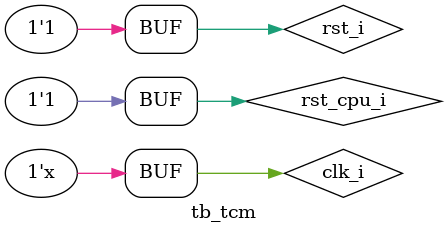
<source format=v>
`timescale 1ns / 1ps


module tb_tcm;

    reg clk_i;
    reg rst_i;
    reg rst_cpu_i;
    // wire dbg_txd_i;
    // wire uart_rx_i;

    wire dbg_rxd_o;
    wire uart_tx_o;
    wire led_0_o;
    wire led_1_o;
    wire led_2_o;
    wire led_3_o;

    soc_tcm soc_tsm_inst (
        // Inputs
         .osc_in(clk_i)
        ,.rst_i(rst_i)
        ,.rst_cpu_i(rst_cpu_i)
        ,.dbg_txd_i(1'b1)
        ,.uart_rx_i(1'b1)

        // Outputs
        ,.dbg_rxd_o(dbg_rxd_o)
        ,.uart_tx_o(uart_tx_o)
        ,.led_0_o(led_0_o)
        ,.led_1_o(led_1_o)
        ,.led_2_o(led_2_o)
        ,.led_3_o(led_3_o)
    );

    wire GRS_N;

    GTP_GRS GRS_INST (
    
    .GRS_N(1'b1)
    
    );

    initial begin
        clk_i = 1'b1;
    end

    always #10 begin
        clk_i = ~clk_i;
    end

    initial begin
        rst_i = 1'b1;
        rst_cpu_i = 1'b1;
        #2000
        rst_i = 1'b0;
        #2000
        rst_cpu_i = 1'b0;

        #2000
        rst_i = 1'b1;
        rst_cpu_i = 1'b1;
    end

endmodule

</source>
